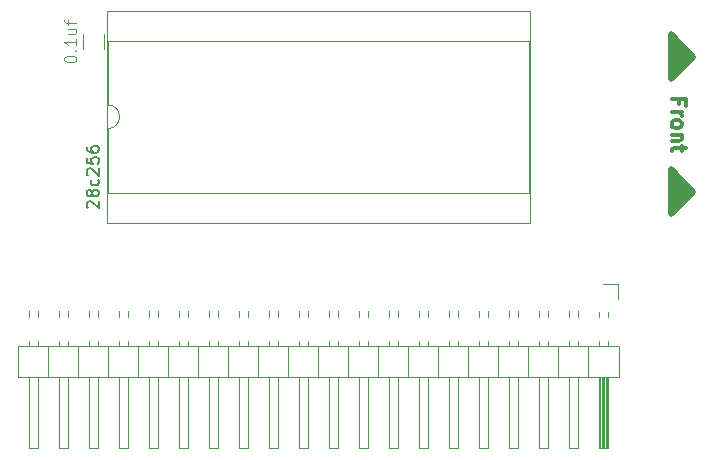
<source format=gbr>
%TF.GenerationSoftware,KiCad,Pcbnew,(5.1.10)-1*%
%TF.CreationDate,2022-08-09T19:56:00-06:00*%
%TF.ProjectId,storage,73746f72-6167-4652-9e6b-696361645f70,rev?*%
%TF.SameCoordinates,Original*%
%TF.FileFunction,Legend,Top*%
%TF.FilePolarity,Positive*%
%FSLAX46Y46*%
G04 Gerber Fmt 4.6, Leading zero omitted, Abs format (unit mm)*
G04 Created by KiCad (PCBNEW (5.1.10)-1) date 2022-08-09 19:56:00*
%MOMM*%
%LPD*%
G01*
G04 APERTURE LIST*
%ADD10C,0.300000*%
%ADD11C,0.500000*%
%ADD12C,0.120000*%
%ADD13C,0.100000*%
%ADD14C,0.150000*%
G04 APERTURE END LIST*
D10*
X431254285Y-285958571D02*
X431254285Y-285541904D01*
X430599523Y-285541904D02*
X431849523Y-285541904D01*
X431849523Y-286137142D01*
X430599523Y-286613333D02*
X431432857Y-286613333D01*
X431194761Y-286613333D02*
X431313809Y-286672857D01*
X431373333Y-286732380D01*
X431432857Y-286851428D01*
X431432857Y-286970476D01*
X430599523Y-287565714D02*
X430659047Y-287446666D01*
X430718571Y-287387142D01*
X430837619Y-287327619D01*
X431194761Y-287327619D01*
X431313809Y-287387142D01*
X431373333Y-287446666D01*
X431432857Y-287565714D01*
X431432857Y-287744285D01*
X431373333Y-287863333D01*
X431313809Y-287922857D01*
X431194761Y-287982380D01*
X430837619Y-287982380D01*
X430718571Y-287922857D01*
X430659047Y-287863333D01*
X430599523Y-287744285D01*
X430599523Y-287565714D01*
X431432857Y-288518095D02*
X430599523Y-288518095D01*
X431313809Y-288518095D02*
X431373333Y-288577619D01*
X431432857Y-288696666D01*
X431432857Y-288875238D01*
X431373333Y-288994285D01*
X431254285Y-289053809D01*
X430599523Y-289053809D01*
X431432857Y-289470476D02*
X431432857Y-289946666D01*
X431849523Y-289649047D02*
X430778095Y-289649047D01*
X430659047Y-289708571D01*
X430599523Y-289827619D01*
X430599523Y-289946666D01*
D11*
X430784000Y-291973000D02*
X430784000Y-294767000D01*
X431038000Y-292227000D02*
X431038000Y-294513000D01*
X430530000Y-295275000D02*
X432435000Y-293370000D01*
X430530000Y-291465000D02*
X430530000Y-295275000D01*
X432435000Y-293370000D02*
X430530000Y-291465000D01*
X432054000Y-281813000D02*
X432054000Y-282067000D01*
X431800000Y-281559000D02*
X431800000Y-282321000D01*
X431292000Y-281051000D02*
X431292000Y-282829000D01*
X431546000Y-281305000D02*
X431546000Y-282575000D01*
X430784000Y-280543000D02*
X430784000Y-283337000D01*
X431038000Y-280797000D02*
X431038000Y-283083000D01*
X430530000Y-283845000D02*
X432435000Y-281940000D01*
X430530000Y-280035000D02*
X430530000Y-283845000D01*
X432435000Y-281940000D02*
X430530000Y-280035000D01*
X431546000Y-292735000D02*
X431546000Y-294005000D01*
X431292000Y-292481000D02*
X431292000Y-294259000D01*
X431800000Y-292989000D02*
X431800000Y-293751000D01*
X432054000Y-293243000D02*
X432054000Y-293497000D01*
D12*
%TO.C,0.1uf*%
X382555000Y-280021000D02*
X382555000Y-281279000D01*
X380715000Y-280021000D02*
X380715000Y-281279000D01*
%TO.C,28c256*%
X382782460Y-278070000D02*
X382782460Y-295970000D01*
X418582460Y-278070000D02*
X382782460Y-278070000D01*
X418582460Y-295970000D02*
X418582460Y-278070000D01*
X382782460Y-295970000D02*
X418582460Y-295970000D01*
X382842460Y-280560000D02*
X382842460Y-286020000D01*
X418522460Y-280560000D02*
X382842460Y-280560000D01*
X418522460Y-293480000D02*
X418522460Y-280560000D01*
X382842460Y-293480000D02*
X418522460Y-293480000D01*
X382842460Y-288020000D02*
X382842460Y-293480000D01*
X382842460Y-286020000D02*
G75*
G02*
X382842460Y-288020000I0J-1000000D01*
G01*
%TO.C,20pin conn.*%
X426145000Y-306427960D02*
X375225000Y-306427960D01*
X375225000Y-306427960D02*
X375225000Y-309087960D01*
X375225000Y-309087960D02*
X426145000Y-309087960D01*
X426145000Y-309087960D02*
X426145000Y-306427960D01*
X425195000Y-309087960D02*
X425195000Y-315087960D01*
X425195000Y-315087960D02*
X424435000Y-315087960D01*
X424435000Y-315087960D02*
X424435000Y-309087960D01*
X425135000Y-309087960D02*
X425135000Y-315087960D01*
X425015000Y-309087960D02*
X425015000Y-315087960D01*
X424895000Y-309087960D02*
X424895000Y-315087960D01*
X424775000Y-309087960D02*
X424775000Y-315087960D01*
X424655000Y-309087960D02*
X424655000Y-315087960D01*
X424535000Y-309087960D02*
X424535000Y-315087960D01*
X425195000Y-306030889D02*
X425195000Y-306427960D01*
X424435000Y-306030889D02*
X424435000Y-306427960D01*
X425195000Y-303557960D02*
X425195000Y-303945031D01*
X424435000Y-303557960D02*
X424435000Y-303945031D01*
X423545000Y-306427960D02*
X423545000Y-309087960D01*
X422655000Y-309087960D02*
X422655000Y-315087960D01*
X422655000Y-315087960D02*
X421895000Y-315087960D01*
X421895000Y-315087960D02*
X421895000Y-309087960D01*
X422655000Y-306030889D02*
X422655000Y-306427960D01*
X421895000Y-306030889D02*
X421895000Y-306427960D01*
X422655000Y-303490889D02*
X422655000Y-303945031D01*
X421895000Y-303490889D02*
X421895000Y-303945031D01*
X421005000Y-306427960D02*
X421005000Y-309087960D01*
X420115000Y-309087960D02*
X420115000Y-315087960D01*
X420115000Y-315087960D02*
X419355000Y-315087960D01*
X419355000Y-315087960D02*
X419355000Y-309087960D01*
X420115000Y-306030889D02*
X420115000Y-306427960D01*
X419355000Y-306030889D02*
X419355000Y-306427960D01*
X420115000Y-303490889D02*
X420115000Y-303945031D01*
X419355000Y-303490889D02*
X419355000Y-303945031D01*
X418465000Y-306427960D02*
X418465000Y-309087960D01*
X417575000Y-309087960D02*
X417575000Y-315087960D01*
X417575000Y-315087960D02*
X416815000Y-315087960D01*
X416815000Y-315087960D02*
X416815000Y-309087960D01*
X417575000Y-306030889D02*
X417575000Y-306427960D01*
X416815000Y-306030889D02*
X416815000Y-306427960D01*
X417575000Y-303490889D02*
X417575000Y-303945031D01*
X416815000Y-303490889D02*
X416815000Y-303945031D01*
X415925000Y-306427960D02*
X415925000Y-309087960D01*
X415035000Y-309087960D02*
X415035000Y-315087960D01*
X415035000Y-315087960D02*
X414275000Y-315087960D01*
X414275000Y-315087960D02*
X414275000Y-309087960D01*
X415035000Y-306030889D02*
X415035000Y-306427960D01*
X414275000Y-306030889D02*
X414275000Y-306427960D01*
X415035000Y-303490889D02*
X415035000Y-303945031D01*
X414275000Y-303490889D02*
X414275000Y-303945031D01*
X413385000Y-306427960D02*
X413385000Y-309087960D01*
X412495000Y-309087960D02*
X412495000Y-315087960D01*
X412495000Y-315087960D02*
X411735000Y-315087960D01*
X411735000Y-315087960D02*
X411735000Y-309087960D01*
X412495000Y-306030889D02*
X412495000Y-306427960D01*
X411735000Y-306030889D02*
X411735000Y-306427960D01*
X412495000Y-303490889D02*
X412495000Y-303945031D01*
X411735000Y-303490889D02*
X411735000Y-303945031D01*
X410845000Y-306427960D02*
X410845000Y-309087960D01*
X409955000Y-309087960D02*
X409955000Y-315087960D01*
X409955000Y-315087960D02*
X409195000Y-315087960D01*
X409195000Y-315087960D02*
X409195000Y-309087960D01*
X409955000Y-306030889D02*
X409955000Y-306427960D01*
X409195000Y-306030889D02*
X409195000Y-306427960D01*
X409955000Y-303490889D02*
X409955000Y-303945031D01*
X409195000Y-303490889D02*
X409195000Y-303945031D01*
X408305000Y-306427960D02*
X408305000Y-309087960D01*
X407415000Y-309087960D02*
X407415000Y-315087960D01*
X407415000Y-315087960D02*
X406655000Y-315087960D01*
X406655000Y-315087960D02*
X406655000Y-309087960D01*
X407415000Y-306030889D02*
X407415000Y-306427960D01*
X406655000Y-306030889D02*
X406655000Y-306427960D01*
X407415000Y-303490889D02*
X407415000Y-303945031D01*
X406655000Y-303490889D02*
X406655000Y-303945031D01*
X405765000Y-306427960D02*
X405765000Y-309087960D01*
X404875000Y-309087960D02*
X404875000Y-315087960D01*
X404875000Y-315087960D02*
X404115000Y-315087960D01*
X404115000Y-315087960D02*
X404115000Y-309087960D01*
X404875000Y-306030889D02*
X404875000Y-306427960D01*
X404115000Y-306030889D02*
X404115000Y-306427960D01*
X404875000Y-303490889D02*
X404875000Y-303945031D01*
X404115000Y-303490889D02*
X404115000Y-303945031D01*
X403225000Y-306427960D02*
X403225000Y-309087960D01*
X402335000Y-309087960D02*
X402335000Y-315087960D01*
X402335000Y-315087960D02*
X401575000Y-315087960D01*
X401575000Y-315087960D02*
X401575000Y-309087960D01*
X402335000Y-306030889D02*
X402335000Y-306427960D01*
X401575000Y-306030889D02*
X401575000Y-306427960D01*
X402335000Y-303490889D02*
X402335000Y-303945031D01*
X401575000Y-303490889D02*
X401575000Y-303945031D01*
X400685000Y-306427960D02*
X400685000Y-309087960D01*
X399795000Y-309087960D02*
X399795000Y-315087960D01*
X399795000Y-315087960D02*
X399035000Y-315087960D01*
X399035000Y-315087960D02*
X399035000Y-309087960D01*
X399795000Y-306030889D02*
X399795000Y-306427960D01*
X399035000Y-306030889D02*
X399035000Y-306427960D01*
X399795000Y-303490889D02*
X399795000Y-303945031D01*
X399035000Y-303490889D02*
X399035000Y-303945031D01*
X398145000Y-306427960D02*
X398145000Y-309087960D01*
X397255000Y-309087960D02*
X397255000Y-315087960D01*
X397255000Y-315087960D02*
X396495000Y-315087960D01*
X396495000Y-315087960D02*
X396495000Y-309087960D01*
X397255000Y-306030889D02*
X397255000Y-306427960D01*
X396495000Y-306030889D02*
X396495000Y-306427960D01*
X397255000Y-303490889D02*
X397255000Y-303945031D01*
X396495000Y-303490889D02*
X396495000Y-303945031D01*
X395605000Y-306427960D02*
X395605000Y-309087960D01*
X394715000Y-309087960D02*
X394715000Y-315087960D01*
X394715000Y-315087960D02*
X393955000Y-315087960D01*
X393955000Y-315087960D02*
X393955000Y-309087960D01*
X394715000Y-306030889D02*
X394715000Y-306427960D01*
X393955000Y-306030889D02*
X393955000Y-306427960D01*
X394715000Y-303490889D02*
X394715000Y-303945031D01*
X393955000Y-303490889D02*
X393955000Y-303945031D01*
X393065000Y-306427960D02*
X393065000Y-309087960D01*
X392175000Y-309087960D02*
X392175000Y-315087960D01*
X392175000Y-315087960D02*
X391415000Y-315087960D01*
X391415000Y-315087960D02*
X391415000Y-309087960D01*
X392175000Y-306030889D02*
X392175000Y-306427960D01*
X391415000Y-306030889D02*
X391415000Y-306427960D01*
X392175000Y-303490889D02*
X392175000Y-303945031D01*
X391415000Y-303490889D02*
X391415000Y-303945031D01*
X390525000Y-306427960D02*
X390525000Y-309087960D01*
X389635000Y-309087960D02*
X389635000Y-315087960D01*
X389635000Y-315087960D02*
X388875000Y-315087960D01*
X388875000Y-315087960D02*
X388875000Y-309087960D01*
X389635000Y-306030889D02*
X389635000Y-306427960D01*
X388875000Y-306030889D02*
X388875000Y-306427960D01*
X389635000Y-303490889D02*
X389635000Y-303945031D01*
X388875000Y-303490889D02*
X388875000Y-303945031D01*
X387985000Y-306427960D02*
X387985000Y-309087960D01*
X387095000Y-309087960D02*
X387095000Y-315087960D01*
X387095000Y-315087960D02*
X386335000Y-315087960D01*
X386335000Y-315087960D02*
X386335000Y-309087960D01*
X387095000Y-306030889D02*
X387095000Y-306427960D01*
X386335000Y-306030889D02*
X386335000Y-306427960D01*
X387095000Y-303490889D02*
X387095000Y-303945031D01*
X386335000Y-303490889D02*
X386335000Y-303945031D01*
X385445000Y-306427960D02*
X385445000Y-309087960D01*
X384555000Y-309087960D02*
X384555000Y-315087960D01*
X384555000Y-315087960D02*
X383795000Y-315087960D01*
X383795000Y-315087960D02*
X383795000Y-309087960D01*
X384555000Y-306030889D02*
X384555000Y-306427960D01*
X383795000Y-306030889D02*
X383795000Y-306427960D01*
X384555000Y-303490889D02*
X384555000Y-303945031D01*
X383795000Y-303490889D02*
X383795000Y-303945031D01*
X382905000Y-306427960D02*
X382905000Y-309087960D01*
X382015000Y-309087960D02*
X382015000Y-315087960D01*
X382015000Y-315087960D02*
X381255000Y-315087960D01*
X381255000Y-315087960D02*
X381255000Y-309087960D01*
X382015000Y-306030889D02*
X382015000Y-306427960D01*
X381255000Y-306030889D02*
X381255000Y-306427960D01*
X382015000Y-303490889D02*
X382015000Y-303945031D01*
X381255000Y-303490889D02*
X381255000Y-303945031D01*
X380365000Y-306427960D02*
X380365000Y-309087960D01*
X379475000Y-309087960D02*
X379475000Y-315087960D01*
X379475000Y-315087960D02*
X378715000Y-315087960D01*
X378715000Y-315087960D02*
X378715000Y-309087960D01*
X379475000Y-306030889D02*
X379475000Y-306427960D01*
X378715000Y-306030889D02*
X378715000Y-306427960D01*
X379475000Y-303490889D02*
X379475000Y-303945031D01*
X378715000Y-303490889D02*
X378715000Y-303945031D01*
X377825000Y-306427960D02*
X377825000Y-309087960D01*
X376935000Y-309087960D02*
X376935000Y-315087960D01*
X376935000Y-315087960D02*
X376175000Y-315087960D01*
X376175000Y-315087960D02*
X376175000Y-309087960D01*
X376935000Y-306030889D02*
X376935000Y-306427960D01*
X376175000Y-306030889D02*
X376175000Y-306427960D01*
X376935000Y-303490889D02*
X376935000Y-303945031D01*
X376175000Y-303490889D02*
X376175000Y-303945031D01*
X424815000Y-301177960D02*
X426085000Y-301177960D01*
X426085000Y-301177960D02*
X426085000Y-302447960D01*
%TO.C,0.1uf*%
D13*
X379182380Y-282170000D02*
X379182380Y-282074761D01*
X379230000Y-281979523D01*
X379277619Y-281931904D01*
X379372857Y-281884285D01*
X379563333Y-281836666D01*
X379801428Y-281836666D01*
X379991904Y-281884285D01*
X380087142Y-281931904D01*
X380134761Y-281979523D01*
X380182380Y-282074761D01*
X380182380Y-282170000D01*
X380134761Y-282265238D01*
X380087142Y-282312857D01*
X379991904Y-282360476D01*
X379801428Y-282408095D01*
X379563333Y-282408095D01*
X379372857Y-282360476D01*
X379277619Y-282312857D01*
X379230000Y-282265238D01*
X379182380Y-282170000D01*
X380087142Y-281408095D02*
X380134761Y-281360476D01*
X380182380Y-281408095D01*
X380134761Y-281455714D01*
X380087142Y-281408095D01*
X380182380Y-281408095D01*
X380182380Y-280408095D02*
X380182380Y-280979523D01*
X380182380Y-280693809D02*
X379182380Y-280693809D01*
X379325238Y-280789047D01*
X379420476Y-280884285D01*
X379468095Y-280979523D01*
X379515714Y-279550952D02*
X380182380Y-279550952D01*
X379515714Y-279979523D02*
X380039523Y-279979523D01*
X380134761Y-279931904D01*
X380182380Y-279836666D01*
X380182380Y-279693809D01*
X380134761Y-279598571D01*
X380087142Y-279550952D01*
X379515714Y-279217619D02*
X379515714Y-278836666D01*
X380182380Y-279074761D02*
X379325238Y-279074761D01*
X379230000Y-279027142D01*
X379182380Y-278931904D01*
X379182380Y-278836666D01*
%TO.C,28c256*%
D14*
X381180079Y-294719047D02*
X381132460Y-294671428D01*
X381084840Y-294576190D01*
X381084840Y-294338095D01*
X381132460Y-294242857D01*
X381180079Y-294195238D01*
X381275317Y-294147619D01*
X381370555Y-294147619D01*
X381513412Y-294195238D01*
X382084840Y-294766666D01*
X382084840Y-294147619D01*
X381513412Y-293576190D02*
X381465793Y-293671428D01*
X381418174Y-293719047D01*
X381322936Y-293766666D01*
X381275317Y-293766666D01*
X381180079Y-293719047D01*
X381132460Y-293671428D01*
X381084840Y-293576190D01*
X381084840Y-293385714D01*
X381132460Y-293290476D01*
X381180079Y-293242857D01*
X381275317Y-293195238D01*
X381322936Y-293195238D01*
X381418174Y-293242857D01*
X381465793Y-293290476D01*
X381513412Y-293385714D01*
X381513412Y-293576190D01*
X381561031Y-293671428D01*
X381608650Y-293719047D01*
X381703888Y-293766666D01*
X381894364Y-293766666D01*
X381989602Y-293719047D01*
X382037221Y-293671428D01*
X382084840Y-293576190D01*
X382084840Y-293385714D01*
X382037221Y-293290476D01*
X381989602Y-293242857D01*
X381894364Y-293195238D01*
X381703888Y-293195238D01*
X381608650Y-293242857D01*
X381561031Y-293290476D01*
X381513412Y-293385714D01*
X382037221Y-292338095D02*
X382084840Y-292433333D01*
X382084840Y-292623809D01*
X382037221Y-292719047D01*
X381989602Y-292766666D01*
X381894364Y-292814285D01*
X381608650Y-292814285D01*
X381513412Y-292766666D01*
X381465793Y-292719047D01*
X381418174Y-292623809D01*
X381418174Y-292433333D01*
X381465793Y-292338095D01*
X381180079Y-291957142D02*
X381132460Y-291909523D01*
X381084840Y-291814285D01*
X381084840Y-291576190D01*
X381132460Y-291480952D01*
X381180079Y-291433333D01*
X381275317Y-291385714D01*
X381370555Y-291385714D01*
X381513412Y-291433333D01*
X382084840Y-292004761D01*
X382084840Y-291385714D01*
X381084840Y-290480952D02*
X381084840Y-290957142D01*
X381561031Y-291004761D01*
X381513412Y-290957142D01*
X381465793Y-290861904D01*
X381465793Y-290623809D01*
X381513412Y-290528571D01*
X381561031Y-290480952D01*
X381656269Y-290433333D01*
X381894364Y-290433333D01*
X381989602Y-290480952D01*
X382037221Y-290528571D01*
X382084840Y-290623809D01*
X382084840Y-290861904D01*
X382037221Y-290957142D01*
X381989602Y-291004761D01*
X381084840Y-289576190D02*
X381084840Y-289766666D01*
X381132460Y-289861904D01*
X381180079Y-289909523D01*
X381322936Y-290004761D01*
X381513412Y-290052380D01*
X381894364Y-290052380D01*
X381989602Y-290004761D01*
X382037221Y-289957142D01*
X382084840Y-289861904D01*
X382084840Y-289671428D01*
X382037221Y-289576190D01*
X381989602Y-289528571D01*
X381894364Y-289480952D01*
X381656269Y-289480952D01*
X381561031Y-289528571D01*
X381513412Y-289576190D01*
X381465793Y-289671428D01*
X381465793Y-289861904D01*
X381513412Y-289957142D01*
X381561031Y-290004761D01*
X381656269Y-290052380D01*
%TD*%
M02*

</source>
